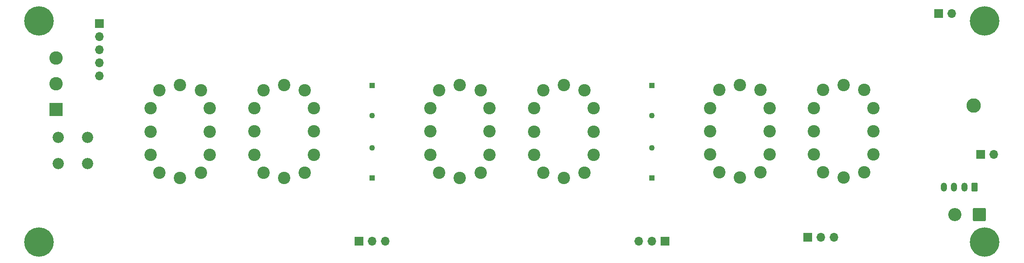
<source format=gbr>
%TF.GenerationSoftware,KiCad,Pcbnew,8.0.4-8.0.4-0~ubuntu22.04.1*%
%TF.CreationDate,2024-08-07T15:41:08-07:00*%
%TF.ProjectId,clock,636c6f63-6b2e-46b6-9963-61645f706362,rev?*%
%TF.SameCoordinates,Original*%
%TF.FileFunction,Soldermask,Bot*%
%TF.FilePolarity,Negative*%
%FSLAX46Y46*%
G04 Gerber Fmt 4.6, Leading zero omitted, Abs format (unit mm)*
G04 Created by KiCad (PCBNEW 8.0.4-8.0.4-0~ubuntu22.04.1) date 2024-08-07 15:41:08*
%MOMM*%
%LPD*%
G01*
G04 APERTURE LIST*
G04 Aperture macros list*
%AMRoundRect*
0 Rectangle with rounded corners*
0 $1 Rounding radius*
0 $2 $3 $4 $5 $6 $7 $8 $9 X,Y pos of 4 corners*
0 Add a 4 corners polygon primitive as box body*
4,1,4,$2,$3,$4,$5,$6,$7,$8,$9,$2,$3,0*
0 Add four circle primitives for the rounded corners*
1,1,$1+$1,$2,$3*
1,1,$1+$1,$4,$5*
1,1,$1+$1,$6,$7*
1,1,$1+$1,$8,$9*
0 Add four rect primitives between the rounded corners*
20,1,$1+$1,$2,$3,$4,$5,0*
20,1,$1+$1,$4,$5,$6,$7,0*
20,1,$1+$1,$6,$7,$8,$9,0*
20,1,$1+$1,$8,$9,$2,$3,0*%
G04 Aperture macros list end*
%ADD10C,2.397760*%
%ADD11C,3.600000*%
%ADD12C,5.700000*%
%ADD13RoundRect,0.249999X1.025001X1.025001X-1.025001X1.025001X-1.025001X-1.025001X1.025001X-1.025001X0*%
%ADD14C,2.550000*%
%ADD15R,1.107440X1.107440*%
%ADD16C,1.107440*%
%ADD17C,2.800000*%
%ADD18C,2.184000*%
%ADD19R,1.700000X1.700000*%
%ADD20O,1.700000X1.700000*%
%ADD21RoundRect,0.250000X0.350000X0.625000X-0.350000X0.625000X-0.350000X-0.625000X0.350000X-0.625000X0*%
%ADD22O,1.200000X1.750000*%
%ADD23R,2.600000X2.600000*%
%ADD24C,2.600000*%
G04 APERTURE END LIST*
D10*
%TO.C,NX1*%
X102616000Y-105719880D03*
X92870020Y-109220000D03*
X91119960Y-105719880D03*
X91119960Y-101221540D03*
X91119960Y-96723200D03*
X92870020Y-93223080D03*
X96867980Y-92222320D03*
X100865940Y-93223080D03*
X102616000Y-96723200D03*
X102616000Y-101221540D03*
X100865940Y-109220000D03*
X96867980Y-110220760D03*
%TD*%
D11*
%TO.C,H1*%
X69596000Y-79756000D03*
D12*
X69596000Y-79756000D03*
%TD*%
D13*
%TO.C,SW3*%
X251447000Y-117348000D03*
D14*
X246647000Y-117348000D03*
%TD*%
D11*
%TO.C,H3*%
X252476000Y-122656600D03*
D12*
X252476000Y-122656600D03*
%TD*%
D10*
%TO.C,NX5*%
X210858100Y-105664000D03*
X201112120Y-109164120D03*
X199362060Y-105664000D03*
X199362060Y-101165660D03*
X199362060Y-96667320D03*
X201112120Y-93167200D03*
X205110080Y-92166440D03*
X209108040Y-93167200D03*
X210858100Y-96667320D03*
X210858100Y-101165660D03*
X209108040Y-109164120D03*
X205110080Y-110164880D03*
%TD*%
D11*
%TO.C,H2*%
X252476000Y-79756000D03*
D12*
X252476000Y-79756000D03*
%TD*%
D15*
%TO.C,N2*%
X133985000Y-110236000D03*
D16*
X133985000Y-104394000D03*
%TD*%
D10*
%TO.C,NX6*%
X230952040Y-105664000D03*
X221206060Y-109164120D03*
X219456000Y-105664000D03*
X219456000Y-101165660D03*
X219456000Y-96667320D03*
X221206060Y-93167200D03*
X225204020Y-92166440D03*
X229201980Y-93167200D03*
X230952040Y-96667320D03*
X230952040Y-101165660D03*
X229201980Y-109164120D03*
X225204020Y-110164880D03*
%TD*%
D17*
%TO.C,U1*%
X250320000Y-96189000D03*
%TD*%
D15*
%TO.C,N3*%
X188087000Y-92278200D03*
D16*
X188087000Y-98120200D03*
%TD*%
D18*
%TO.C,J6*%
X78994000Y-107442000D03*
X78994000Y-102362000D03*
%TD*%
D15*
%TO.C,N4*%
X188087000Y-110236000D03*
D16*
X188087000Y-104394000D03*
%TD*%
D10*
%TO.C,NX4*%
X176850040Y-105719880D03*
X167104060Y-109220000D03*
X165354000Y-105719880D03*
X165354000Y-101221540D03*
X165354000Y-96723200D03*
X167104060Y-93223080D03*
X171102020Y-92222320D03*
X175099980Y-93223080D03*
X176850040Y-96723200D03*
X176850040Y-101221540D03*
X175099980Y-109220000D03*
X171102020Y-110220760D03*
%TD*%
D15*
%TO.C,N1*%
X133985000Y-92265500D03*
D16*
X133985000Y-98107500D03*
%TD*%
D10*
%TO.C,NX2*%
X122715020Y-105714800D03*
X112969040Y-109214920D03*
X111218980Y-105714800D03*
X111218980Y-101216460D03*
X111218980Y-96718120D03*
X112969040Y-93218000D03*
X116967000Y-92217240D03*
X120964960Y-93218000D03*
X122715020Y-96718120D03*
X122715020Y-101216460D03*
X120964960Y-109214920D03*
X116967000Y-110215680D03*
%TD*%
D18*
%TO.C,J5*%
X73279000Y-107442000D03*
X73279000Y-102362000D03*
%TD*%
D11*
%TO.C,H4*%
X69596000Y-122682000D03*
D12*
X69596000Y-122682000D03*
%TD*%
D10*
%TO.C,NX3*%
X156718000Y-105717340D03*
X146972020Y-109217460D03*
X145221960Y-105717340D03*
X145221960Y-101219000D03*
X145221960Y-96720660D03*
X146972020Y-93220540D03*
X150969980Y-92219780D03*
X154967940Y-93220540D03*
X156718000Y-96720660D03*
X156718000Y-101219000D03*
X154967940Y-109217460D03*
X150969980Y-110218220D03*
%TD*%
D19*
%TO.C,J2*%
X218211400Y-121767600D03*
D20*
X220751400Y-121767600D03*
X223291400Y-121767600D03*
%TD*%
D19*
%TO.C,J3*%
X251709000Y-105664000D03*
D20*
X254249000Y-105664000D03*
%TD*%
D19*
%TO.C,J10*%
X131460000Y-122555000D03*
D20*
X134000000Y-122555000D03*
X136540000Y-122555000D03*
%TD*%
D21*
%TO.C,J1*%
X250539000Y-112014000D03*
D22*
X248539000Y-112014000D03*
X246539000Y-112014000D03*
X244539000Y-112014000D03*
%TD*%
D23*
%TO.C,J7*%
X72898000Y-96944200D03*
D24*
X72898000Y-91944200D03*
X72898000Y-86944200D03*
%TD*%
D19*
%TO.C,J8*%
X243559500Y-78359000D03*
D20*
X246099500Y-78359000D03*
%TD*%
D19*
%TO.C,J9*%
X190627000Y-122555000D03*
D20*
X188087000Y-122555000D03*
X185547000Y-122555000D03*
%TD*%
D19*
%TO.C,J4*%
X81280000Y-80264000D03*
D20*
X81280000Y-82804000D03*
X81280000Y-85344000D03*
X81280000Y-87884000D03*
X81280000Y-90424000D03*
%TD*%
M02*

</source>
